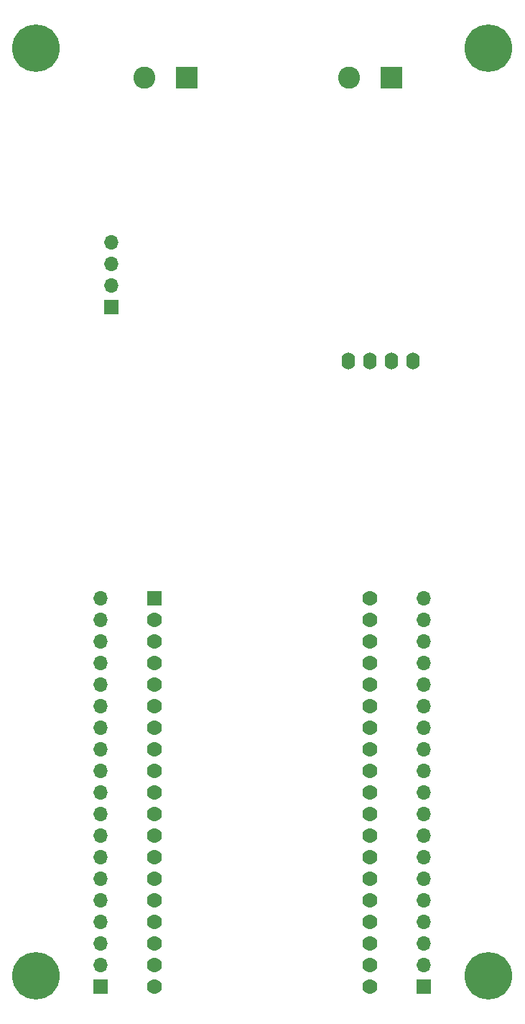
<source format=gbr>
%TF.GenerationSoftware,KiCad,Pcbnew,7.0.9*%
%TF.CreationDate,2024-01-03T21:17:43+01:00*%
%TF.ProjectId,diy_robotics_gripper,6469795f-726f-4626-9f74-6963735f6772,rev?*%
%TF.SameCoordinates,Original*%
%TF.FileFunction,Soldermask,Top*%
%TF.FilePolarity,Negative*%
%FSLAX46Y46*%
G04 Gerber Fmt 4.6, Leading zero omitted, Abs format (unit mm)*
G04 Created by KiCad (PCBNEW 7.0.9) date 2024-01-03 21:17:43*
%MOMM*%
%LPD*%
G01*
G04 APERTURE LIST*
G04 Aperture macros list*
%AMRoundRect*
0 Rectangle with rounded corners*
0 $1 Rounding radius*
0 $2 $3 $4 $5 $6 $7 $8 $9 X,Y pos of 4 corners*
0 Add a 4 corners polygon primitive as box body*
4,1,4,$2,$3,$4,$5,$6,$7,$8,$9,$2,$3,0*
0 Add four circle primitives for the rounded corners*
1,1,$1+$1,$2,$3*
1,1,$1+$1,$4,$5*
1,1,$1+$1,$6,$7*
1,1,$1+$1,$8,$9*
0 Add four rect primitives between the rounded corners*
20,1,$1+$1,$2,$3,$4,$5,0*
20,1,$1+$1,$4,$5,$6,$7,0*
20,1,$1+$1,$6,$7,$8,$9,0*
20,1,$1+$1,$8,$9,$2,$3,0*%
G04 Aperture macros list end*
%ADD10R,2.600000X2.600000*%
%ADD11C,2.600000*%
%ADD12R,1.700000X1.700000*%
%ADD13O,1.700000X1.700000*%
%ADD14C,5.600000*%
%ADD15O,1.600000X2.000000*%
%ADD16RoundRect,0.102000X-0.780000X-0.780000X0.780000X-0.780000X0.780000X0.780000X-0.780000X0.780000X0*%
%ADD17C,1.764000*%
G04 APERTURE END LIST*
D10*
%TO.C,J5*%
X72390000Y-33985000D03*
D11*
X67390000Y-33985000D03*
%TD*%
D10*
%TO.C,J4*%
X48220000Y-33985000D03*
D11*
X43220000Y-33985000D03*
%TD*%
D12*
%TO.C,J1*%
X39370000Y-60960000D03*
D13*
X39370000Y-58420000D03*
X39370000Y-55880000D03*
X39370000Y-53340000D03*
%TD*%
D14*
%TO.C,H1*%
X30480000Y-30480000D03*
%TD*%
D12*
%TO.C,J2*%
X76200000Y-140970000D03*
D13*
X76200000Y-138430000D03*
X76200000Y-135890000D03*
X76200000Y-133350000D03*
X76200000Y-130810000D03*
X76200000Y-128270000D03*
X76200000Y-125730000D03*
X76200000Y-123190000D03*
X76200000Y-120650000D03*
X76200000Y-118110000D03*
X76200000Y-115570000D03*
X76200000Y-113030000D03*
X76200000Y-110490000D03*
X76200000Y-107950000D03*
X76200000Y-105410000D03*
X76200000Y-102870000D03*
X76200000Y-100330000D03*
X76200000Y-97790000D03*
X76200000Y-95250000D03*
%TD*%
D14*
%TO.C,H2*%
X30480000Y-139700000D03*
%TD*%
D15*
%TO.C,Brd1*%
X74930000Y-67310000D03*
X72390000Y-67310000D03*
X69850000Y-67310000D03*
X67310000Y-67310000D03*
%TD*%
D16*
%TO.C,U7*%
X44450000Y-95250000D03*
D17*
X44450000Y-97790000D03*
X44450000Y-100330000D03*
X44450000Y-102870000D03*
X44450000Y-105410000D03*
X44450000Y-107950000D03*
X44450000Y-110490000D03*
X44450000Y-113030000D03*
X44450000Y-115570000D03*
X44450000Y-118110000D03*
X44450000Y-120650000D03*
X44450000Y-123190000D03*
X44450000Y-125730000D03*
X44450000Y-128270000D03*
X44450000Y-130810000D03*
X44450000Y-133350000D03*
X44450000Y-135890000D03*
X44450000Y-138430000D03*
X44450000Y-140970000D03*
X69850000Y-95250000D03*
X69850000Y-97790000D03*
X69850000Y-100330000D03*
X69850000Y-102870000D03*
X69850000Y-105410000D03*
X69850000Y-107950000D03*
X69850000Y-110490000D03*
X69850000Y-113030000D03*
X69850000Y-115570000D03*
X69850000Y-118110000D03*
X69850000Y-120650000D03*
X69850000Y-123190000D03*
X69850000Y-125730000D03*
X69850000Y-128270000D03*
X69850000Y-130810000D03*
X69850000Y-133350000D03*
X69850000Y-135890000D03*
X69850000Y-138430000D03*
X69850000Y-140970000D03*
%TD*%
D14*
%TO.C,H3*%
X83820000Y-30480000D03*
%TD*%
%TO.C,H4*%
X83820000Y-139700000D03*
%TD*%
D12*
%TO.C,J3*%
X38100000Y-140970000D03*
D13*
X38100000Y-138430000D03*
X38100000Y-135890000D03*
X38100000Y-133350000D03*
X38100000Y-130810000D03*
X38100000Y-128270000D03*
X38100000Y-125730000D03*
X38100000Y-123190000D03*
X38100000Y-120650000D03*
X38100000Y-118110000D03*
X38100000Y-115570000D03*
X38100000Y-113030000D03*
X38100000Y-110490000D03*
X38100000Y-107950000D03*
X38100000Y-105410000D03*
X38100000Y-102870000D03*
X38100000Y-100330000D03*
X38100000Y-97790000D03*
X38100000Y-95250000D03*
%TD*%
M02*

</source>
